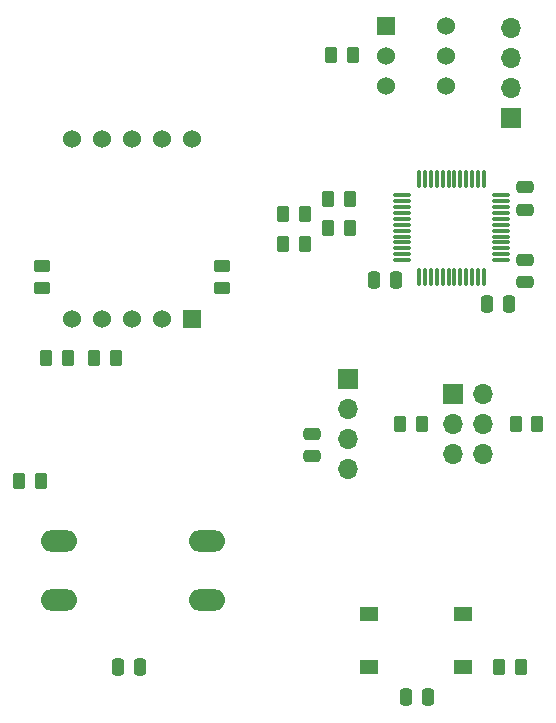
<source format=gbr>
%TF.GenerationSoftware,KiCad,Pcbnew,(6.0.11)*%
%TF.CreationDate,2024-12-29T21:24:03+02:00*%
%TF.ProjectId,LEDdice,4c454464-6963-4652-9e6b-696361645f70,rev?*%
%TF.SameCoordinates,Original*%
%TF.FileFunction,Soldermask,Top*%
%TF.FilePolarity,Negative*%
%FSLAX46Y46*%
G04 Gerber Fmt 4.6, Leading zero omitted, Abs format (unit mm)*
G04 Created by KiCad (PCBNEW (6.0.11)) date 2024-12-29 21:24:03*
%MOMM*%
%LPD*%
G01*
G04 APERTURE LIST*
G04 Aperture macros list*
%AMRoundRect*
0 Rectangle with rounded corners*
0 $1 Rounding radius*
0 $2 $3 $4 $5 $6 $7 $8 $9 X,Y pos of 4 corners*
0 Add a 4 corners polygon primitive as box body*
4,1,4,$2,$3,$4,$5,$6,$7,$8,$9,$2,$3,0*
0 Add four circle primitives for the rounded corners*
1,1,$1+$1,$2,$3*
1,1,$1+$1,$4,$5*
1,1,$1+$1,$6,$7*
1,1,$1+$1,$8,$9*
0 Add four rect primitives between the rounded corners*
20,1,$1+$1,$2,$3,$4,$5,0*
20,1,$1+$1,$4,$5,$6,$7,0*
20,1,$1+$1,$6,$7,$8,$9,0*
20,1,$1+$1,$8,$9,$2,$3,0*%
G04 Aperture macros list end*
%ADD10O,1.700000X1.700000*%
%ADD11R,1.700000X1.700000*%
%ADD12R,1.524000X1.524000*%
%ADD13C,1.524000*%
%ADD14RoundRect,0.250000X-0.262500X-0.450000X0.262500X-0.450000X0.262500X0.450000X-0.262500X0.450000X0*%
%ADD15RoundRect,0.250000X0.250000X0.475000X-0.250000X0.475000X-0.250000X-0.475000X0.250000X-0.475000X0*%
%ADD16RoundRect,0.250000X-0.450000X0.262500X-0.450000X-0.262500X0.450000X-0.262500X0.450000X0.262500X0*%
%ADD17RoundRect,0.250000X0.262500X0.450000X-0.262500X0.450000X-0.262500X-0.450000X0.262500X-0.450000X0*%
%ADD18RoundRect,0.250000X-0.475000X0.250000X-0.475000X-0.250000X0.475000X-0.250000X0.475000X0.250000X0*%
%ADD19O,3.048000X1.850000*%
%ADD20RoundRect,0.250000X-0.250000X-0.475000X0.250000X-0.475000X0.250000X0.475000X-0.250000X0.475000X0*%
%ADD21RoundRect,0.250000X0.475000X-0.250000X0.475000X0.250000X-0.475000X0.250000X-0.475000X-0.250000X0*%
%ADD22RoundRect,0.075000X0.075000X0.662500X-0.075000X0.662500X-0.075000X-0.662500X0.075000X-0.662500X0*%
%ADD23RoundRect,0.075000X0.662500X0.075000X-0.662500X0.075000X-0.662500X-0.075000X0.662500X-0.075000X0*%
%ADD24R,1.550000X1.300000*%
G04 APERTURE END LIST*
D10*
%TO.C,J2*%
X204000000Y-54610000D03*
X204000000Y-57150000D03*
X204000000Y-59690000D03*
D11*
X204000000Y-62230000D03*
%TD*%
D12*
%TO.C,U3*%
X193468000Y-54460000D03*
D13*
X193468000Y-57000000D03*
X193468000Y-59540000D03*
X198548000Y-59540000D03*
X198548000Y-57000000D03*
X198548000Y-54460000D03*
%TD*%
D14*
%TO.C,R4*%
X188825500Y-56896000D03*
X190650500Y-56896000D03*
%TD*%
D15*
%TO.C,C2*%
X194310000Y-75946000D03*
X192410000Y-75946000D03*
%TD*%
D16*
%TO.C,R9*%
X179578000Y-74779500D03*
X179578000Y-76604500D03*
%TD*%
D14*
%TO.C,R7*%
X164695500Y-82550000D03*
X166520500Y-82550000D03*
%TD*%
D17*
%TO.C,R10*%
X186586500Y-70358000D03*
X184761500Y-70358000D03*
%TD*%
D18*
%TO.C,C3*%
X205232000Y-74234000D03*
X205232000Y-76134000D03*
%TD*%
D14*
%TO.C,R13*%
X162409500Y-92964000D03*
X164234500Y-92964000D03*
%TD*%
D17*
%TO.C,R6*%
X186586500Y-72898000D03*
X184761500Y-72898000D03*
%TD*%
D14*
%TO.C,R3*%
X204447000Y-88123000D03*
X206272000Y-88123000D03*
%TD*%
D17*
%TO.C,R11*%
X190396500Y-69088000D03*
X188571500Y-69088000D03*
%TD*%
D16*
%TO.C,R8*%
X164338000Y-74779500D03*
X164338000Y-76604500D03*
%TD*%
D11*
%TO.C,J1*%
X199136000Y-85598000D03*
D10*
X201676000Y-85598000D03*
X199136000Y-88138000D03*
X201676000Y-88138000D03*
X199136000Y-90678000D03*
X201676000Y-90678000D03*
%TD*%
D19*
%TO.C,Generate Number SW2*%
X178260000Y-98000000D03*
X165760000Y-98000000D03*
X178260000Y-103000000D03*
X165760000Y-103000000D03*
%TD*%
D20*
%TO.C,C5*%
X203896000Y-77978000D03*
X201996000Y-77978000D03*
%TD*%
D17*
%TO.C,R1*%
X204874500Y-108712000D03*
X203049500Y-108712000D03*
%TD*%
D13*
%TO.C,U4*%
X177040000Y-64000000D03*
X174500000Y-64000000D03*
X171960000Y-64000000D03*
X169420000Y-64000000D03*
X166880000Y-64000000D03*
X166880000Y-79240000D03*
X169420000Y-79240000D03*
X171960000Y-79240000D03*
X174500000Y-79240000D03*
D12*
X177040000Y-79240000D03*
%TD*%
D21*
%TO.C,C4*%
X205232000Y-69988000D03*
X205232000Y-68088000D03*
%TD*%
D22*
%TO.C,U1*%
X201750000Y-75662500D03*
X201250000Y-75662500D03*
X200750000Y-75662500D03*
X200250000Y-75662500D03*
X199750000Y-75662500D03*
X199250000Y-75662500D03*
X198750000Y-75662500D03*
X198250000Y-75662500D03*
X197750000Y-75662500D03*
X197250000Y-75662500D03*
X196750000Y-75662500D03*
X196250000Y-75662500D03*
D23*
X194837500Y-74250000D03*
X194837500Y-73750000D03*
X194837500Y-73250000D03*
X194837500Y-72750000D03*
X194837500Y-72250000D03*
X194837500Y-71750000D03*
X194837500Y-71250000D03*
X194837500Y-70750000D03*
X194837500Y-70250000D03*
X194837500Y-69750000D03*
X194837500Y-69250000D03*
X194837500Y-68750000D03*
D22*
X196250000Y-67337500D03*
X196750000Y-67337500D03*
X197250000Y-67337500D03*
X197750000Y-67337500D03*
X198250000Y-67337500D03*
X198750000Y-67337500D03*
X199250000Y-67337500D03*
X199750000Y-67337500D03*
X200250000Y-67337500D03*
X200750000Y-67337500D03*
X201250000Y-67337500D03*
X201750000Y-67337500D03*
D23*
X203162500Y-68750000D03*
X203162500Y-69250000D03*
X203162500Y-69750000D03*
X203162500Y-70250000D03*
X203162500Y-70750000D03*
X203162500Y-71250000D03*
X203162500Y-71750000D03*
X203162500Y-72250000D03*
X203162500Y-72750000D03*
X203162500Y-73250000D03*
X203162500Y-73750000D03*
X203162500Y-74250000D03*
%TD*%
D17*
%TO.C,R5*%
X190396500Y-71500000D03*
X188571500Y-71500000D03*
%TD*%
D14*
%TO.C,R12*%
X168759500Y-82550000D03*
X170584500Y-82550000D03*
%TD*%
D24*
%TO.C,Reset SW1*%
X192025000Y-104176000D03*
X199975000Y-104176000D03*
X192025000Y-108676000D03*
X199975000Y-108676000D03*
%TD*%
D15*
%TO.C,C7*%
X172654000Y-108712000D03*
X170754000Y-108712000D03*
%TD*%
%TO.C,C1*%
X197038000Y-111252000D03*
X195138000Y-111252000D03*
%TD*%
D11*
%TO.C,J3*%
X190246000Y-84328000D03*
D10*
X190246000Y-86868000D03*
X190246000Y-89408000D03*
X190246000Y-91948000D03*
%TD*%
D18*
%TO.C,C6*%
X187198000Y-88966000D03*
X187198000Y-90866000D03*
%TD*%
D14*
%TO.C,R2*%
X194667500Y-88123000D03*
X196492500Y-88123000D03*
%TD*%
M02*

</source>
